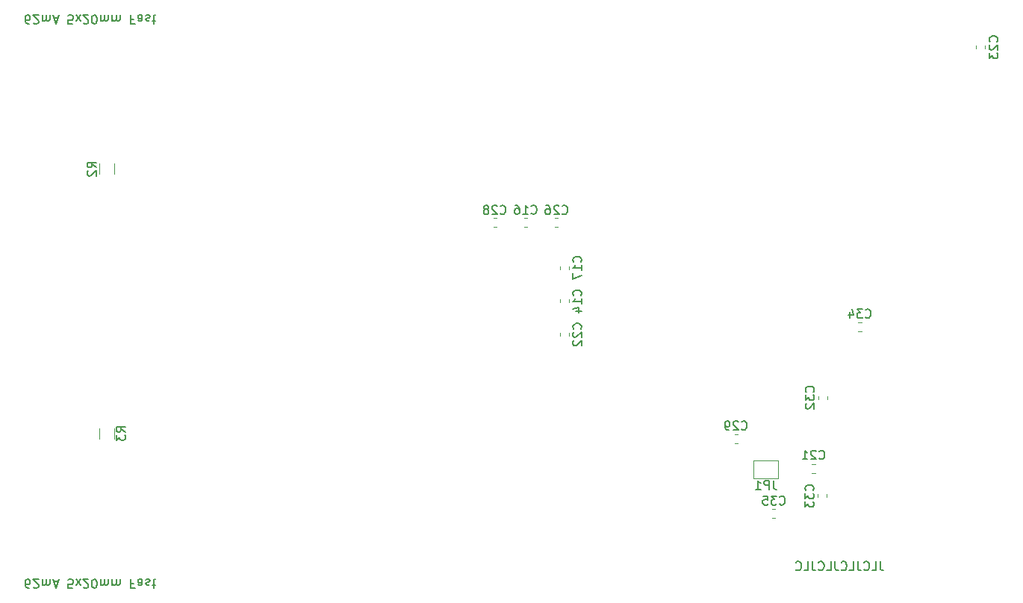
<source format=gbo>
G04 #@! TF.GenerationSoftware,KiCad,Pcbnew,(5.1.9)-1*
G04 #@! TF.CreationDate,2021-04-27T00:06:18-05:00*
G04 #@! TF.ProjectId,high-gain-diff-probe,68696768-2d67-4616-996e-2d646966662d,rev?*
G04 #@! TF.SameCoordinates,Original*
G04 #@! TF.FileFunction,Legend,Bot*
G04 #@! TF.FilePolarity,Positive*
%FSLAX46Y46*%
G04 Gerber Fmt 4.6, Leading zero omitted, Abs format (unit mm)*
G04 Created by KiCad (PCBNEW (5.1.9)-1) date 2021-04-27 00:06:18*
%MOMM*%
%LPD*%
G01*
G04 APERTURE LIST*
%ADD10C,0.150000*%
%ADD11C,0.120000*%
%ADD12C,0.250000*%
%ADD13C,0.100000*%
%ADD14C,1.700000*%
%ADD15C,2.000000*%
%ADD16R,1.800000X1.500000*%
%ADD17C,2.500000*%
%ADD18R,2.500000X2.500000*%
%ADD19O,2.250000X1.500000*%
%ADD20C,1.600000*%
%ADD21O,1.700000X1.700000*%
%ADD22R,1.700000X1.700000*%
%ADD23C,1.800000*%
%ADD24R,1.800000X1.800000*%
%ADD25C,4.000000*%
%ADD26C,1.440000*%
%ADD27O,3.500000X2.000000*%
%ADD28O,2.000000X3.300000*%
%ADD29R,2.000000X4.000000*%
%ADD30O,2.500000X1.600000*%
%ADD31O,7.000000X3.500000*%
G04 APERTURE END LIST*
D10*
X194619047Y-129552380D02*
X194619047Y-130266666D01*
X194666666Y-130409523D01*
X194761904Y-130504761D01*
X194904761Y-130552380D01*
X195000000Y-130552380D01*
X193666666Y-130552380D02*
X194142857Y-130552380D01*
X194142857Y-129552380D01*
X192761904Y-130457142D02*
X192809523Y-130504761D01*
X192952380Y-130552380D01*
X193047619Y-130552380D01*
X193190476Y-130504761D01*
X193285714Y-130409523D01*
X193333333Y-130314285D01*
X193380952Y-130123809D01*
X193380952Y-129980952D01*
X193333333Y-129790476D01*
X193285714Y-129695238D01*
X193190476Y-129600000D01*
X193047619Y-129552380D01*
X192952380Y-129552380D01*
X192809523Y-129600000D01*
X192761904Y-129647619D01*
X192047619Y-129552380D02*
X192047619Y-130266666D01*
X192095238Y-130409523D01*
X192190476Y-130504761D01*
X192333333Y-130552380D01*
X192428571Y-130552380D01*
X191095238Y-130552380D02*
X191571428Y-130552380D01*
X191571428Y-129552380D01*
X190190476Y-130457142D02*
X190238095Y-130504761D01*
X190380952Y-130552380D01*
X190476190Y-130552380D01*
X190619047Y-130504761D01*
X190714285Y-130409523D01*
X190761904Y-130314285D01*
X190809523Y-130123809D01*
X190809523Y-129980952D01*
X190761904Y-129790476D01*
X190714285Y-129695238D01*
X190619047Y-129600000D01*
X190476190Y-129552380D01*
X190380952Y-129552380D01*
X190238095Y-129600000D01*
X190190476Y-129647619D01*
X189476190Y-129552380D02*
X189476190Y-130266666D01*
X189523809Y-130409523D01*
X189619047Y-130504761D01*
X189761904Y-130552380D01*
X189857142Y-130552380D01*
X188523809Y-130552380D02*
X189000000Y-130552380D01*
X189000000Y-129552380D01*
X187619047Y-130457142D02*
X187666666Y-130504761D01*
X187809523Y-130552380D01*
X187904761Y-130552380D01*
X188047619Y-130504761D01*
X188142857Y-130409523D01*
X188190476Y-130314285D01*
X188238095Y-130123809D01*
X188238095Y-129980952D01*
X188190476Y-129790476D01*
X188142857Y-129695238D01*
X188047619Y-129600000D01*
X187904761Y-129552380D01*
X187809523Y-129552380D01*
X187666666Y-129600000D01*
X187619047Y-129647619D01*
X186904761Y-129552380D02*
X186904761Y-130266666D01*
X186952380Y-130409523D01*
X187047619Y-130504761D01*
X187190476Y-130552380D01*
X187285714Y-130552380D01*
X185952380Y-130552380D02*
X186428571Y-130552380D01*
X186428571Y-129552380D01*
X185047619Y-130457142D02*
X185095238Y-130504761D01*
X185238095Y-130552380D01*
X185333333Y-130552380D01*
X185476190Y-130504761D01*
X185571428Y-130409523D01*
X185619047Y-130314285D01*
X185666666Y-130123809D01*
X185666666Y-129980952D01*
X185619047Y-129790476D01*
X185571428Y-129695238D01*
X185476190Y-129600000D01*
X185333333Y-129552380D01*
X185238095Y-129552380D01*
X185095238Y-129600000D01*
X185047619Y-129647619D01*
X98119047Y-68547619D02*
X97928571Y-68547619D01*
X97833333Y-68500000D01*
X97785714Y-68452380D01*
X97690476Y-68309523D01*
X97642857Y-68119047D01*
X97642857Y-67738095D01*
X97690476Y-67642857D01*
X97738095Y-67595238D01*
X97833333Y-67547619D01*
X98023809Y-67547619D01*
X98119047Y-67595238D01*
X98166666Y-67642857D01*
X98214285Y-67738095D01*
X98214285Y-67976190D01*
X98166666Y-68071428D01*
X98119047Y-68119047D01*
X98023809Y-68166666D01*
X97833333Y-68166666D01*
X97738095Y-68119047D01*
X97690476Y-68071428D01*
X97642857Y-67976190D01*
X98595238Y-68452380D02*
X98642857Y-68500000D01*
X98738095Y-68547619D01*
X98976190Y-68547619D01*
X99071428Y-68500000D01*
X99119047Y-68452380D01*
X99166666Y-68357142D01*
X99166666Y-68261904D01*
X99119047Y-68119047D01*
X98547619Y-67547619D01*
X99166666Y-67547619D01*
X99595238Y-67547619D02*
X99595238Y-68214285D01*
X99595238Y-68119047D02*
X99642857Y-68166666D01*
X99738095Y-68214285D01*
X99880952Y-68214285D01*
X99976190Y-68166666D01*
X100023809Y-68071428D01*
X100023809Y-67547619D01*
X100023809Y-68071428D02*
X100071428Y-68166666D01*
X100166666Y-68214285D01*
X100309523Y-68214285D01*
X100404761Y-68166666D01*
X100452380Y-68071428D01*
X100452380Y-67547619D01*
X100880952Y-67833333D02*
X101357142Y-67833333D01*
X100785714Y-67547619D02*
X101119047Y-68547619D01*
X101452380Y-67547619D01*
X103023809Y-68547619D02*
X102547619Y-68547619D01*
X102500000Y-68071428D01*
X102547619Y-68119047D01*
X102642857Y-68166666D01*
X102880952Y-68166666D01*
X102976190Y-68119047D01*
X103023809Y-68071428D01*
X103071428Y-67976190D01*
X103071428Y-67738095D01*
X103023809Y-67642857D01*
X102976190Y-67595238D01*
X102880952Y-67547619D01*
X102642857Y-67547619D01*
X102547619Y-67595238D01*
X102500000Y-67642857D01*
X103404761Y-67547619D02*
X103928571Y-68214285D01*
X103404761Y-68214285D02*
X103928571Y-67547619D01*
X104261904Y-68452380D02*
X104309523Y-68500000D01*
X104404761Y-68547619D01*
X104642857Y-68547619D01*
X104738095Y-68500000D01*
X104785714Y-68452380D01*
X104833333Y-68357142D01*
X104833333Y-68261904D01*
X104785714Y-68119047D01*
X104214285Y-67547619D01*
X104833333Y-67547619D01*
X105452380Y-68547619D02*
X105547619Y-68547619D01*
X105642857Y-68500000D01*
X105690476Y-68452380D01*
X105738095Y-68357142D01*
X105785714Y-68166666D01*
X105785714Y-67928571D01*
X105738095Y-67738095D01*
X105690476Y-67642857D01*
X105642857Y-67595238D01*
X105547619Y-67547619D01*
X105452380Y-67547619D01*
X105357142Y-67595238D01*
X105309523Y-67642857D01*
X105261904Y-67738095D01*
X105214285Y-67928571D01*
X105214285Y-68166666D01*
X105261904Y-68357142D01*
X105309523Y-68452380D01*
X105357142Y-68500000D01*
X105452380Y-68547619D01*
X106214285Y-67547619D02*
X106214285Y-68214285D01*
X106214285Y-68119047D02*
X106261904Y-68166666D01*
X106357142Y-68214285D01*
X106499999Y-68214285D01*
X106595238Y-68166666D01*
X106642857Y-68071428D01*
X106642857Y-67547619D01*
X106642857Y-68071428D02*
X106690476Y-68166666D01*
X106785714Y-68214285D01*
X106928571Y-68214285D01*
X107023809Y-68166666D01*
X107071428Y-68071428D01*
X107071428Y-67547619D01*
X107547619Y-67547619D02*
X107547619Y-68214285D01*
X107547619Y-68119047D02*
X107595238Y-68166666D01*
X107690476Y-68214285D01*
X107833333Y-68214285D01*
X107928571Y-68166666D01*
X107976190Y-68071428D01*
X107976190Y-67547619D01*
X107976190Y-68071428D02*
X108023809Y-68166666D01*
X108119047Y-68214285D01*
X108261904Y-68214285D01*
X108357142Y-68166666D01*
X108404761Y-68071428D01*
X108404761Y-67547619D01*
X109976190Y-68071428D02*
X109642857Y-68071428D01*
X109642857Y-67547619D02*
X109642857Y-68547619D01*
X110119047Y-68547619D01*
X110928571Y-67547619D02*
X110928571Y-68071428D01*
X110880952Y-68166666D01*
X110785714Y-68214285D01*
X110595238Y-68214285D01*
X110499999Y-68166666D01*
X110928571Y-67595238D02*
X110833333Y-67547619D01*
X110595238Y-67547619D01*
X110499999Y-67595238D01*
X110452380Y-67690476D01*
X110452380Y-67785714D01*
X110499999Y-67880952D01*
X110595238Y-67928571D01*
X110833333Y-67928571D01*
X110928571Y-67976190D01*
X111357142Y-67595238D02*
X111452380Y-67547619D01*
X111642857Y-67547619D01*
X111738095Y-67595238D01*
X111785714Y-67690476D01*
X111785714Y-67738095D01*
X111738095Y-67833333D01*
X111642857Y-67880952D01*
X111499999Y-67880952D01*
X111404761Y-67928571D01*
X111357142Y-68023809D01*
X111357142Y-68071428D01*
X111404761Y-68166666D01*
X111499999Y-68214285D01*
X111642857Y-68214285D01*
X111738095Y-68166666D01*
X112071428Y-68214285D02*
X112452380Y-68214285D01*
X112214285Y-68547619D02*
X112214285Y-67690476D01*
X112261904Y-67595238D01*
X112357142Y-67547619D01*
X112452380Y-67547619D01*
X98119047Y-132547619D02*
X97928571Y-132547619D01*
X97833333Y-132500000D01*
X97785714Y-132452380D01*
X97690476Y-132309523D01*
X97642857Y-132119047D01*
X97642857Y-131738095D01*
X97690476Y-131642857D01*
X97738095Y-131595238D01*
X97833333Y-131547619D01*
X98023809Y-131547619D01*
X98119047Y-131595238D01*
X98166666Y-131642857D01*
X98214285Y-131738095D01*
X98214285Y-131976190D01*
X98166666Y-132071428D01*
X98119047Y-132119047D01*
X98023809Y-132166666D01*
X97833333Y-132166666D01*
X97738095Y-132119047D01*
X97690476Y-132071428D01*
X97642857Y-131976190D01*
X98595238Y-132452380D02*
X98642857Y-132500000D01*
X98738095Y-132547619D01*
X98976190Y-132547619D01*
X99071428Y-132500000D01*
X99119047Y-132452380D01*
X99166666Y-132357142D01*
X99166666Y-132261904D01*
X99119047Y-132119047D01*
X98547619Y-131547619D01*
X99166666Y-131547619D01*
X99595238Y-131547619D02*
X99595238Y-132214285D01*
X99595238Y-132119047D02*
X99642857Y-132166666D01*
X99738095Y-132214285D01*
X99880952Y-132214285D01*
X99976190Y-132166666D01*
X100023809Y-132071428D01*
X100023809Y-131547619D01*
X100023809Y-132071428D02*
X100071428Y-132166666D01*
X100166666Y-132214285D01*
X100309523Y-132214285D01*
X100404761Y-132166666D01*
X100452380Y-132071428D01*
X100452380Y-131547619D01*
X100880952Y-131833333D02*
X101357142Y-131833333D01*
X100785714Y-131547619D02*
X101119047Y-132547619D01*
X101452380Y-131547619D01*
X103023809Y-132547619D02*
X102547619Y-132547619D01*
X102500000Y-132071428D01*
X102547619Y-132119047D01*
X102642857Y-132166666D01*
X102880952Y-132166666D01*
X102976190Y-132119047D01*
X103023809Y-132071428D01*
X103071428Y-131976190D01*
X103071428Y-131738095D01*
X103023809Y-131642857D01*
X102976190Y-131595238D01*
X102880952Y-131547619D01*
X102642857Y-131547619D01*
X102547619Y-131595238D01*
X102500000Y-131642857D01*
X103404761Y-131547619D02*
X103928571Y-132214285D01*
X103404761Y-132214285D02*
X103928571Y-131547619D01*
X104261904Y-132452380D02*
X104309523Y-132500000D01*
X104404761Y-132547619D01*
X104642857Y-132547619D01*
X104738095Y-132500000D01*
X104785714Y-132452380D01*
X104833333Y-132357142D01*
X104833333Y-132261904D01*
X104785714Y-132119047D01*
X104214285Y-131547619D01*
X104833333Y-131547619D01*
X105452380Y-132547619D02*
X105547619Y-132547619D01*
X105642857Y-132500000D01*
X105690476Y-132452380D01*
X105738095Y-132357142D01*
X105785714Y-132166666D01*
X105785714Y-131928571D01*
X105738095Y-131738095D01*
X105690476Y-131642857D01*
X105642857Y-131595238D01*
X105547619Y-131547619D01*
X105452380Y-131547619D01*
X105357142Y-131595238D01*
X105309523Y-131642857D01*
X105261904Y-131738095D01*
X105214285Y-131928571D01*
X105214285Y-132166666D01*
X105261904Y-132357142D01*
X105309523Y-132452380D01*
X105357142Y-132500000D01*
X105452380Y-132547619D01*
X106214285Y-131547619D02*
X106214285Y-132214285D01*
X106214285Y-132119047D02*
X106261904Y-132166666D01*
X106357142Y-132214285D01*
X106499999Y-132214285D01*
X106595238Y-132166666D01*
X106642857Y-132071428D01*
X106642857Y-131547619D01*
X106642857Y-132071428D02*
X106690476Y-132166666D01*
X106785714Y-132214285D01*
X106928571Y-132214285D01*
X107023809Y-132166666D01*
X107071428Y-132071428D01*
X107071428Y-131547619D01*
X107547619Y-131547619D02*
X107547619Y-132214285D01*
X107547619Y-132119047D02*
X107595238Y-132166666D01*
X107690476Y-132214285D01*
X107833333Y-132214285D01*
X107928571Y-132166666D01*
X107976190Y-132071428D01*
X107976190Y-131547619D01*
X107976190Y-132071428D02*
X108023809Y-132166666D01*
X108119047Y-132214285D01*
X108261904Y-132214285D01*
X108357142Y-132166666D01*
X108404761Y-132071428D01*
X108404761Y-131547619D01*
X109976190Y-132071428D02*
X109642857Y-132071428D01*
X109642857Y-131547619D02*
X109642857Y-132547619D01*
X110119047Y-132547619D01*
X110928571Y-131547619D02*
X110928571Y-132071428D01*
X110880952Y-132166666D01*
X110785714Y-132214285D01*
X110595238Y-132214285D01*
X110499999Y-132166666D01*
X110928571Y-131595238D02*
X110833333Y-131547619D01*
X110595238Y-131547619D01*
X110499999Y-131595238D01*
X110452380Y-131690476D01*
X110452380Y-131785714D01*
X110499999Y-131880952D01*
X110595238Y-131928571D01*
X110833333Y-131928571D01*
X110928571Y-131976190D01*
X111357142Y-131595238D02*
X111452380Y-131547619D01*
X111642857Y-131547619D01*
X111738095Y-131595238D01*
X111785714Y-131690476D01*
X111785714Y-131738095D01*
X111738095Y-131833333D01*
X111642857Y-131880952D01*
X111499999Y-131880952D01*
X111404761Y-131928571D01*
X111357142Y-132023809D01*
X111357142Y-132071428D01*
X111404761Y-132166666D01*
X111499999Y-132214285D01*
X111642857Y-132214285D01*
X111738095Y-132166666D01*
X112071428Y-132214285D02*
X112452380Y-132214285D01*
X112214285Y-132547619D02*
X112214285Y-131690476D01*
X112261904Y-131595238D01*
X112357142Y-131547619D01*
X112452380Y-131547619D01*
D11*
X107750000Y-115600000D02*
X107750000Y-114400000D01*
X106050000Y-114400000D02*
X106050000Y-115600000D01*
X106050000Y-84400000D02*
X106050000Y-85600000D01*
X107750000Y-85600000D02*
X107750000Y-84400000D01*
X180250000Y-120100000D02*
X183050000Y-120100000D01*
X183050000Y-120100000D02*
X183050000Y-118100000D01*
X183050000Y-118100000D02*
X180250000Y-118100000D01*
X180250000Y-118100000D02*
X180250000Y-120100000D01*
X182721267Y-124610000D02*
X182378733Y-124610000D01*
X182721267Y-123590000D02*
X182378733Y-123590000D01*
X188560000Y-121928733D02*
X188560000Y-122271267D01*
X187540000Y-121928733D02*
X187540000Y-122271267D01*
X188610000Y-110778733D02*
X188610000Y-111121267D01*
X187590000Y-110778733D02*
X187590000Y-111121267D01*
X178421267Y-116110000D02*
X178078733Y-116110000D01*
X178421267Y-115090000D02*
X178078733Y-115090000D01*
X150728733Y-90590000D02*
X151071267Y-90590000D01*
X150728733Y-91610000D02*
X151071267Y-91610000D01*
X157728733Y-90590000D02*
X158071267Y-90590000D01*
X157728733Y-91610000D02*
X158071267Y-91610000D01*
X206510000Y-71028733D02*
X206510000Y-71371267D01*
X205490000Y-71028733D02*
X205490000Y-71371267D01*
X158290000Y-103971267D02*
X158290000Y-103628733D01*
X159310000Y-103971267D02*
X159310000Y-103628733D01*
X158290000Y-96371267D02*
X158290000Y-96028733D01*
X159310000Y-96371267D02*
X159310000Y-96028733D01*
X192471267Y-103410000D02*
X192128733Y-103410000D01*
X192471267Y-102390000D02*
X192128733Y-102390000D01*
X187221267Y-119510000D02*
X186878733Y-119510000D01*
X187221267Y-118490000D02*
X186878733Y-118490000D01*
X154571267Y-91610000D02*
X154228733Y-91610000D01*
X154571267Y-90590000D02*
X154228733Y-90590000D01*
X159310000Y-99828733D02*
X159310000Y-100171267D01*
X158290000Y-99828733D02*
X158290000Y-100171267D01*
D10*
X109002380Y-114833333D02*
X108526190Y-114500000D01*
X109002380Y-114261904D02*
X108002380Y-114261904D01*
X108002380Y-114642857D01*
X108050000Y-114738095D01*
X108097619Y-114785714D01*
X108192857Y-114833333D01*
X108335714Y-114833333D01*
X108430952Y-114785714D01*
X108478571Y-114738095D01*
X108526190Y-114642857D01*
X108526190Y-114261904D01*
X108002380Y-115166666D02*
X108002380Y-115785714D01*
X108383333Y-115452380D01*
X108383333Y-115595238D01*
X108430952Y-115690476D01*
X108478571Y-115738095D01*
X108573809Y-115785714D01*
X108811904Y-115785714D01*
X108907142Y-115738095D01*
X108954761Y-115690476D01*
X109002380Y-115595238D01*
X109002380Y-115309523D01*
X108954761Y-115214285D01*
X108907142Y-115166666D01*
X105702380Y-84833333D02*
X105226190Y-84500000D01*
X105702380Y-84261904D02*
X104702380Y-84261904D01*
X104702380Y-84642857D01*
X104750000Y-84738095D01*
X104797619Y-84785714D01*
X104892857Y-84833333D01*
X105035714Y-84833333D01*
X105130952Y-84785714D01*
X105178571Y-84738095D01*
X105226190Y-84642857D01*
X105226190Y-84261904D01*
X104797619Y-85214285D02*
X104750000Y-85261904D01*
X104702380Y-85357142D01*
X104702380Y-85595238D01*
X104750000Y-85690476D01*
X104797619Y-85738095D01*
X104892857Y-85785714D01*
X104988095Y-85785714D01*
X105130952Y-85738095D01*
X105702380Y-85166666D01*
X105702380Y-85785714D01*
X182483333Y-120352380D02*
X182483333Y-121066666D01*
X182530952Y-121209523D01*
X182626190Y-121304761D01*
X182769047Y-121352380D01*
X182864285Y-121352380D01*
X182007142Y-121352380D02*
X182007142Y-120352380D01*
X181626190Y-120352380D01*
X181530952Y-120400000D01*
X181483333Y-120447619D01*
X181435714Y-120542857D01*
X181435714Y-120685714D01*
X181483333Y-120780952D01*
X181530952Y-120828571D01*
X181626190Y-120876190D01*
X182007142Y-120876190D01*
X180483333Y-121352380D02*
X181054761Y-121352380D01*
X180769047Y-121352380D02*
X180769047Y-120352380D01*
X180864285Y-120495238D01*
X180959523Y-120590476D01*
X181054761Y-120638095D01*
X183192857Y-123027142D02*
X183240476Y-123074761D01*
X183383333Y-123122380D01*
X183478571Y-123122380D01*
X183621428Y-123074761D01*
X183716666Y-122979523D01*
X183764285Y-122884285D01*
X183811904Y-122693809D01*
X183811904Y-122550952D01*
X183764285Y-122360476D01*
X183716666Y-122265238D01*
X183621428Y-122170000D01*
X183478571Y-122122380D01*
X183383333Y-122122380D01*
X183240476Y-122170000D01*
X183192857Y-122217619D01*
X182859523Y-122122380D02*
X182240476Y-122122380D01*
X182573809Y-122503333D01*
X182430952Y-122503333D01*
X182335714Y-122550952D01*
X182288095Y-122598571D01*
X182240476Y-122693809D01*
X182240476Y-122931904D01*
X182288095Y-123027142D01*
X182335714Y-123074761D01*
X182430952Y-123122380D01*
X182716666Y-123122380D01*
X182811904Y-123074761D01*
X182859523Y-123027142D01*
X181335714Y-122122380D02*
X181811904Y-122122380D01*
X181859523Y-122598571D01*
X181811904Y-122550952D01*
X181716666Y-122503333D01*
X181478571Y-122503333D01*
X181383333Y-122550952D01*
X181335714Y-122598571D01*
X181288095Y-122693809D01*
X181288095Y-122931904D01*
X181335714Y-123027142D01*
X181383333Y-123074761D01*
X181478571Y-123122380D01*
X181716666Y-123122380D01*
X181811904Y-123074761D01*
X181859523Y-123027142D01*
X186977142Y-121457142D02*
X187024761Y-121409523D01*
X187072380Y-121266666D01*
X187072380Y-121171428D01*
X187024761Y-121028571D01*
X186929523Y-120933333D01*
X186834285Y-120885714D01*
X186643809Y-120838095D01*
X186500952Y-120838095D01*
X186310476Y-120885714D01*
X186215238Y-120933333D01*
X186120000Y-121028571D01*
X186072380Y-121171428D01*
X186072380Y-121266666D01*
X186120000Y-121409523D01*
X186167619Y-121457142D01*
X186072380Y-121790476D02*
X186072380Y-122409523D01*
X186453333Y-122076190D01*
X186453333Y-122219047D01*
X186500952Y-122314285D01*
X186548571Y-122361904D01*
X186643809Y-122409523D01*
X186881904Y-122409523D01*
X186977142Y-122361904D01*
X187024761Y-122314285D01*
X187072380Y-122219047D01*
X187072380Y-121933333D01*
X187024761Y-121838095D01*
X186977142Y-121790476D01*
X186072380Y-122742857D02*
X186072380Y-123361904D01*
X186453333Y-123028571D01*
X186453333Y-123171428D01*
X186500952Y-123266666D01*
X186548571Y-123314285D01*
X186643809Y-123361904D01*
X186881904Y-123361904D01*
X186977142Y-123314285D01*
X187024761Y-123266666D01*
X187072380Y-123171428D01*
X187072380Y-122885714D01*
X187024761Y-122790476D01*
X186977142Y-122742857D01*
X187027142Y-110307142D02*
X187074761Y-110259523D01*
X187122380Y-110116666D01*
X187122380Y-110021428D01*
X187074761Y-109878571D01*
X186979523Y-109783333D01*
X186884285Y-109735714D01*
X186693809Y-109688095D01*
X186550952Y-109688095D01*
X186360476Y-109735714D01*
X186265238Y-109783333D01*
X186170000Y-109878571D01*
X186122380Y-110021428D01*
X186122380Y-110116666D01*
X186170000Y-110259523D01*
X186217619Y-110307142D01*
X186122380Y-110640476D02*
X186122380Y-111259523D01*
X186503333Y-110926190D01*
X186503333Y-111069047D01*
X186550952Y-111164285D01*
X186598571Y-111211904D01*
X186693809Y-111259523D01*
X186931904Y-111259523D01*
X187027142Y-111211904D01*
X187074761Y-111164285D01*
X187122380Y-111069047D01*
X187122380Y-110783333D01*
X187074761Y-110688095D01*
X187027142Y-110640476D01*
X186217619Y-111640476D02*
X186170000Y-111688095D01*
X186122380Y-111783333D01*
X186122380Y-112021428D01*
X186170000Y-112116666D01*
X186217619Y-112164285D01*
X186312857Y-112211904D01*
X186408095Y-112211904D01*
X186550952Y-112164285D01*
X187122380Y-111592857D01*
X187122380Y-112211904D01*
X178892857Y-114527142D02*
X178940476Y-114574761D01*
X179083333Y-114622380D01*
X179178571Y-114622380D01*
X179321428Y-114574761D01*
X179416666Y-114479523D01*
X179464285Y-114384285D01*
X179511904Y-114193809D01*
X179511904Y-114050952D01*
X179464285Y-113860476D01*
X179416666Y-113765238D01*
X179321428Y-113670000D01*
X179178571Y-113622380D01*
X179083333Y-113622380D01*
X178940476Y-113670000D01*
X178892857Y-113717619D01*
X178511904Y-113717619D02*
X178464285Y-113670000D01*
X178369047Y-113622380D01*
X178130952Y-113622380D01*
X178035714Y-113670000D01*
X177988095Y-113717619D01*
X177940476Y-113812857D01*
X177940476Y-113908095D01*
X177988095Y-114050952D01*
X178559523Y-114622380D01*
X177940476Y-114622380D01*
X177464285Y-114622380D02*
X177273809Y-114622380D01*
X177178571Y-114574761D01*
X177130952Y-114527142D01*
X177035714Y-114384285D01*
X176988095Y-114193809D01*
X176988095Y-113812857D01*
X177035714Y-113717619D01*
X177083333Y-113670000D01*
X177178571Y-113622380D01*
X177369047Y-113622380D01*
X177464285Y-113670000D01*
X177511904Y-113717619D01*
X177559523Y-113812857D01*
X177559523Y-114050952D01*
X177511904Y-114146190D01*
X177464285Y-114193809D01*
X177369047Y-114241428D01*
X177178571Y-114241428D01*
X177083333Y-114193809D01*
X177035714Y-114146190D01*
X176988095Y-114050952D01*
X151542857Y-90057142D02*
X151590476Y-90104761D01*
X151733333Y-90152380D01*
X151828571Y-90152380D01*
X151971428Y-90104761D01*
X152066666Y-90009523D01*
X152114285Y-89914285D01*
X152161904Y-89723809D01*
X152161904Y-89580952D01*
X152114285Y-89390476D01*
X152066666Y-89295238D01*
X151971428Y-89200000D01*
X151828571Y-89152380D01*
X151733333Y-89152380D01*
X151590476Y-89200000D01*
X151542857Y-89247619D01*
X151161904Y-89247619D02*
X151114285Y-89200000D01*
X151019047Y-89152380D01*
X150780952Y-89152380D01*
X150685714Y-89200000D01*
X150638095Y-89247619D01*
X150590476Y-89342857D01*
X150590476Y-89438095D01*
X150638095Y-89580952D01*
X151209523Y-90152380D01*
X150590476Y-90152380D01*
X150019047Y-89580952D02*
X150114285Y-89533333D01*
X150161904Y-89485714D01*
X150209523Y-89390476D01*
X150209523Y-89342857D01*
X150161904Y-89247619D01*
X150114285Y-89200000D01*
X150019047Y-89152380D01*
X149828571Y-89152380D01*
X149733333Y-89200000D01*
X149685714Y-89247619D01*
X149638095Y-89342857D01*
X149638095Y-89390476D01*
X149685714Y-89485714D01*
X149733333Y-89533333D01*
X149828571Y-89580952D01*
X150019047Y-89580952D01*
X150114285Y-89628571D01*
X150161904Y-89676190D01*
X150209523Y-89771428D01*
X150209523Y-89961904D01*
X150161904Y-90057142D01*
X150114285Y-90104761D01*
X150019047Y-90152380D01*
X149828571Y-90152380D01*
X149733333Y-90104761D01*
X149685714Y-90057142D01*
X149638095Y-89961904D01*
X149638095Y-89771428D01*
X149685714Y-89676190D01*
X149733333Y-89628571D01*
X149828571Y-89580952D01*
X158542857Y-90057142D02*
X158590476Y-90104761D01*
X158733333Y-90152380D01*
X158828571Y-90152380D01*
X158971428Y-90104761D01*
X159066666Y-90009523D01*
X159114285Y-89914285D01*
X159161904Y-89723809D01*
X159161904Y-89580952D01*
X159114285Y-89390476D01*
X159066666Y-89295238D01*
X158971428Y-89200000D01*
X158828571Y-89152380D01*
X158733333Y-89152380D01*
X158590476Y-89200000D01*
X158542857Y-89247619D01*
X158161904Y-89247619D02*
X158114285Y-89200000D01*
X158019047Y-89152380D01*
X157780952Y-89152380D01*
X157685714Y-89200000D01*
X157638095Y-89247619D01*
X157590476Y-89342857D01*
X157590476Y-89438095D01*
X157638095Y-89580952D01*
X158209523Y-90152380D01*
X157590476Y-90152380D01*
X156733333Y-89152380D02*
X156923809Y-89152380D01*
X157019047Y-89200000D01*
X157066666Y-89247619D01*
X157161904Y-89390476D01*
X157209523Y-89580952D01*
X157209523Y-89961904D01*
X157161904Y-90057142D01*
X157114285Y-90104761D01*
X157019047Y-90152380D01*
X156828571Y-90152380D01*
X156733333Y-90104761D01*
X156685714Y-90057142D01*
X156638095Y-89961904D01*
X156638095Y-89723809D01*
X156685714Y-89628571D01*
X156733333Y-89580952D01*
X156828571Y-89533333D01*
X157019047Y-89533333D01*
X157114285Y-89580952D01*
X157161904Y-89628571D01*
X157209523Y-89723809D01*
X207857142Y-70557142D02*
X207904761Y-70509523D01*
X207952380Y-70366666D01*
X207952380Y-70271428D01*
X207904761Y-70128571D01*
X207809523Y-70033333D01*
X207714285Y-69985714D01*
X207523809Y-69938095D01*
X207380952Y-69938095D01*
X207190476Y-69985714D01*
X207095238Y-70033333D01*
X207000000Y-70128571D01*
X206952380Y-70271428D01*
X206952380Y-70366666D01*
X207000000Y-70509523D01*
X207047619Y-70557142D01*
X207047619Y-70938095D02*
X207000000Y-70985714D01*
X206952380Y-71080952D01*
X206952380Y-71319047D01*
X207000000Y-71414285D01*
X207047619Y-71461904D01*
X207142857Y-71509523D01*
X207238095Y-71509523D01*
X207380952Y-71461904D01*
X207952380Y-70890476D01*
X207952380Y-71509523D01*
X206952380Y-71842857D02*
X206952380Y-72461904D01*
X207333333Y-72128571D01*
X207333333Y-72271428D01*
X207380952Y-72366666D01*
X207428571Y-72414285D01*
X207523809Y-72461904D01*
X207761904Y-72461904D01*
X207857142Y-72414285D01*
X207904761Y-72366666D01*
X207952380Y-72271428D01*
X207952380Y-71985714D01*
X207904761Y-71890476D01*
X207857142Y-71842857D01*
X160657142Y-103157142D02*
X160704761Y-103109523D01*
X160752380Y-102966666D01*
X160752380Y-102871428D01*
X160704761Y-102728571D01*
X160609523Y-102633333D01*
X160514285Y-102585714D01*
X160323809Y-102538095D01*
X160180952Y-102538095D01*
X159990476Y-102585714D01*
X159895238Y-102633333D01*
X159800000Y-102728571D01*
X159752380Y-102871428D01*
X159752380Y-102966666D01*
X159800000Y-103109523D01*
X159847619Y-103157142D01*
X159847619Y-103538095D02*
X159800000Y-103585714D01*
X159752380Y-103680952D01*
X159752380Y-103919047D01*
X159800000Y-104014285D01*
X159847619Y-104061904D01*
X159942857Y-104109523D01*
X160038095Y-104109523D01*
X160180952Y-104061904D01*
X160752380Y-103490476D01*
X160752380Y-104109523D01*
X159847619Y-104490476D02*
X159800000Y-104538095D01*
X159752380Y-104633333D01*
X159752380Y-104871428D01*
X159800000Y-104966666D01*
X159847619Y-105014285D01*
X159942857Y-105061904D01*
X160038095Y-105061904D01*
X160180952Y-105014285D01*
X160752380Y-104442857D01*
X160752380Y-105061904D01*
X160657142Y-95557142D02*
X160704761Y-95509523D01*
X160752380Y-95366666D01*
X160752380Y-95271428D01*
X160704761Y-95128571D01*
X160609523Y-95033333D01*
X160514285Y-94985714D01*
X160323809Y-94938095D01*
X160180952Y-94938095D01*
X159990476Y-94985714D01*
X159895238Y-95033333D01*
X159800000Y-95128571D01*
X159752380Y-95271428D01*
X159752380Y-95366666D01*
X159800000Y-95509523D01*
X159847619Y-95557142D01*
X160752380Y-96509523D02*
X160752380Y-95938095D01*
X160752380Y-96223809D02*
X159752380Y-96223809D01*
X159895238Y-96128571D01*
X159990476Y-96033333D01*
X160038095Y-95938095D01*
X159752380Y-96842857D02*
X159752380Y-97509523D01*
X160752380Y-97080952D01*
X192942857Y-101827142D02*
X192990476Y-101874761D01*
X193133333Y-101922380D01*
X193228571Y-101922380D01*
X193371428Y-101874761D01*
X193466666Y-101779523D01*
X193514285Y-101684285D01*
X193561904Y-101493809D01*
X193561904Y-101350952D01*
X193514285Y-101160476D01*
X193466666Y-101065238D01*
X193371428Y-100970000D01*
X193228571Y-100922380D01*
X193133333Y-100922380D01*
X192990476Y-100970000D01*
X192942857Y-101017619D01*
X192609523Y-100922380D02*
X191990476Y-100922380D01*
X192323809Y-101303333D01*
X192180952Y-101303333D01*
X192085714Y-101350952D01*
X192038095Y-101398571D01*
X191990476Y-101493809D01*
X191990476Y-101731904D01*
X192038095Y-101827142D01*
X192085714Y-101874761D01*
X192180952Y-101922380D01*
X192466666Y-101922380D01*
X192561904Y-101874761D01*
X192609523Y-101827142D01*
X191133333Y-101255714D02*
X191133333Y-101922380D01*
X191371428Y-100874761D02*
X191609523Y-101589047D01*
X190990476Y-101589047D01*
X187692857Y-117857142D02*
X187740476Y-117904761D01*
X187883333Y-117952380D01*
X187978571Y-117952380D01*
X188121428Y-117904761D01*
X188216666Y-117809523D01*
X188264285Y-117714285D01*
X188311904Y-117523809D01*
X188311904Y-117380952D01*
X188264285Y-117190476D01*
X188216666Y-117095238D01*
X188121428Y-117000000D01*
X187978571Y-116952380D01*
X187883333Y-116952380D01*
X187740476Y-117000000D01*
X187692857Y-117047619D01*
X187311904Y-117047619D02*
X187264285Y-117000000D01*
X187169047Y-116952380D01*
X186930952Y-116952380D01*
X186835714Y-117000000D01*
X186788095Y-117047619D01*
X186740476Y-117142857D01*
X186740476Y-117238095D01*
X186788095Y-117380952D01*
X187359523Y-117952380D01*
X186740476Y-117952380D01*
X185788095Y-117952380D02*
X186359523Y-117952380D01*
X186073809Y-117952380D02*
X186073809Y-116952380D01*
X186169047Y-117095238D01*
X186264285Y-117190476D01*
X186359523Y-117238095D01*
X155042857Y-90027142D02*
X155090476Y-90074761D01*
X155233333Y-90122380D01*
X155328571Y-90122380D01*
X155471428Y-90074761D01*
X155566666Y-89979523D01*
X155614285Y-89884285D01*
X155661904Y-89693809D01*
X155661904Y-89550952D01*
X155614285Y-89360476D01*
X155566666Y-89265238D01*
X155471428Y-89170000D01*
X155328571Y-89122380D01*
X155233333Y-89122380D01*
X155090476Y-89170000D01*
X155042857Y-89217619D01*
X154090476Y-90122380D02*
X154661904Y-90122380D01*
X154376190Y-90122380D02*
X154376190Y-89122380D01*
X154471428Y-89265238D01*
X154566666Y-89360476D01*
X154661904Y-89408095D01*
X153233333Y-89122380D02*
X153423809Y-89122380D01*
X153519047Y-89170000D01*
X153566666Y-89217619D01*
X153661904Y-89360476D01*
X153709523Y-89550952D01*
X153709523Y-89931904D01*
X153661904Y-90027142D01*
X153614285Y-90074761D01*
X153519047Y-90122380D01*
X153328571Y-90122380D01*
X153233333Y-90074761D01*
X153185714Y-90027142D01*
X153138095Y-89931904D01*
X153138095Y-89693809D01*
X153185714Y-89598571D01*
X153233333Y-89550952D01*
X153328571Y-89503333D01*
X153519047Y-89503333D01*
X153614285Y-89550952D01*
X153661904Y-89598571D01*
X153709523Y-89693809D01*
X160657142Y-99357142D02*
X160704761Y-99309523D01*
X160752380Y-99166666D01*
X160752380Y-99071428D01*
X160704761Y-98928571D01*
X160609523Y-98833333D01*
X160514285Y-98785714D01*
X160323809Y-98738095D01*
X160180952Y-98738095D01*
X159990476Y-98785714D01*
X159895238Y-98833333D01*
X159800000Y-98928571D01*
X159752380Y-99071428D01*
X159752380Y-99166666D01*
X159800000Y-99309523D01*
X159847619Y-99357142D01*
X160752380Y-100309523D02*
X160752380Y-99738095D01*
X160752380Y-100023809D02*
X159752380Y-100023809D01*
X159895238Y-99928571D01*
X159990476Y-99833333D01*
X160038095Y-99738095D01*
X160085714Y-101166666D02*
X160752380Y-101166666D01*
X159704761Y-100928571D02*
X160419047Y-100690476D01*
X160419047Y-101309523D01*
%LPC*%
D12*
X145500000Y-94950000D02*
X145500000Y-94450000D01*
X140000000Y-94450000D02*
X140000000Y-95050000D01*
X145500000Y-105500000D02*
X145500000Y-104900000D01*
X140000000Y-105000000D02*
X140000000Y-105500000D01*
X145500000Y-95000000D02*
X144500000Y-96000000D01*
X140950000Y-96000000D02*
X140000000Y-95050000D01*
X144500000Y-96000000D02*
X140950000Y-96000000D01*
X144600000Y-104000000D02*
X145500000Y-104900000D01*
X141000000Y-104000000D02*
X144600000Y-104000000D01*
X140000000Y-105000000D02*
X141000000Y-104000000D01*
D13*
G36*
X209500000Y-137200000D02*
G01*
X90000000Y-137200000D01*
X90000000Y-134300000D01*
X209500000Y-134300000D01*
X209500000Y-137200000D01*
G37*
X209500000Y-137200000D02*
X90000000Y-137200000D01*
X90000000Y-134300000D01*
X209500000Y-134300000D01*
X209500000Y-137200000D01*
G36*
X209500000Y-65700000D02*
G01*
X90000000Y-65700000D01*
X90000000Y-62800000D01*
X209500000Y-62800000D01*
X209500000Y-65700000D01*
G37*
X209500000Y-65700000D02*
X90000000Y-65700000D01*
X90000000Y-62800000D01*
X209500000Y-62800000D01*
X209500000Y-65700000D01*
D14*
X112600000Y-108000000D03*
X112600000Y-110000000D03*
X112600000Y-112000000D03*
X112600000Y-114000000D03*
X112600000Y-116000000D03*
X112600000Y-118000000D03*
D15*
X115200000Y-119500000D03*
X115200000Y-106400000D03*
X110000000Y-106400000D03*
X110000000Y-119500000D03*
D14*
X112600000Y-92000000D03*
X112600000Y-90000000D03*
X112600000Y-88000000D03*
X112600000Y-86000000D03*
X112600000Y-84000000D03*
X112600000Y-82000000D03*
D15*
X110000000Y-80500000D03*
X110000000Y-93600000D03*
X115200000Y-93600000D03*
X115200000Y-80500000D03*
D14*
X174800000Y-95200000D03*
X172800000Y-95200000D03*
X170800000Y-95200000D03*
X168800000Y-95200000D03*
X166800000Y-95200000D03*
X164800000Y-95200000D03*
D15*
X163300000Y-97800000D03*
X176400000Y-97800000D03*
X176400000Y-92600000D03*
X163300000Y-92600000D03*
D14*
X174500000Y-121900000D03*
X174500000Y-119900000D03*
X174500000Y-117900000D03*
X174500000Y-115900000D03*
X174500000Y-113900000D03*
X174500000Y-111900000D03*
D15*
X171900000Y-110400000D03*
X171900000Y-123500000D03*
X177100000Y-123500000D03*
X177100000Y-110400000D03*
D16*
X106900000Y-113500000D03*
X106900000Y-116500000D03*
X106900000Y-86500000D03*
X106900000Y-83500000D03*
D17*
X106500000Y-127600000D03*
D18*
X116500000Y-127600000D03*
D17*
X106500000Y-72400000D03*
D18*
X116500000Y-72400000D03*
D19*
X135380000Y-109280000D03*
X125220000Y-109280000D03*
X135380000Y-111820000D03*
X125220000Y-111820000D03*
X135380000Y-114360000D03*
X125220000Y-114360000D03*
X135380000Y-116900000D03*
X125220000Y-116900000D03*
X135380000Y-121980000D03*
X125220000Y-121980000D03*
X135380000Y-124520000D03*
X125220000Y-124520000D03*
X148920000Y-124520000D03*
X159080000Y-124520000D03*
X148920000Y-121980000D03*
X159080000Y-121980000D03*
X148920000Y-119440000D03*
X159080000Y-119440000D03*
X148920000Y-116900000D03*
X159080000Y-116900000D03*
X148920000Y-111820000D03*
X159080000Y-111820000D03*
X148920000Y-109280000D03*
X159080000Y-109280000D03*
X125220000Y-90720000D03*
X135380000Y-90720000D03*
X125220000Y-88180000D03*
X135380000Y-88180000D03*
X125220000Y-85640000D03*
X135380000Y-85640000D03*
X125220000Y-83100000D03*
X135380000Y-83100000D03*
X125220000Y-78020000D03*
X135380000Y-78020000D03*
X125220000Y-75480000D03*
X135380000Y-75480000D03*
D20*
X127800000Y-70400000D03*
X132800000Y-70400000D03*
X127800000Y-129600000D03*
X132800000Y-129600000D03*
D21*
X115140000Y-102900000D03*
X112600000Y-102900000D03*
D22*
X110060000Y-102900000D03*
D21*
X115140000Y-97100000D03*
X112600000Y-97100000D03*
D22*
X110060000Y-97100000D03*
D23*
X96000000Y-98760000D03*
D24*
X96000000Y-101300000D03*
D13*
G36*
X181925000Y-119100000D02*
G01*
X181425000Y-119850000D01*
X180425000Y-119850000D01*
X180425000Y-118350000D01*
X181425000Y-118350000D01*
X181925000Y-119100000D01*
G37*
G36*
X182875000Y-119850000D02*
G01*
X181725000Y-119850000D01*
X182225000Y-119100000D01*
X181725000Y-118350000D01*
X182875000Y-118350000D01*
X182875000Y-119850000D01*
G37*
D25*
X154000000Y-74000000D03*
X154000000Y-82800000D03*
D23*
X161000000Y-75900000D03*
X161000000Y-78400000D03*
X161000000Y-80900000D03*
G36*
G01*
X182200000Y-123862500D02*
X182200000Y-124337500D01*
G75*
G02*
X181962500Y-124575000I-237500J0D01*
G01*
X181387500Y-124575000D01*
G75*
G02*
X181150000Y-124337500I0J237500D01*
G01*
X181150000Y-123862500D01*
G75*
G02*
X181387500Y-123625000I237500J0D01*
G01*
X181962500Y-123625000D01*
G75*
G02*
X182200000Y-123862500I0J-237500D01*
G01*
G37*
G36*
G01*
X183950000Y-123862500D02*
X183950000Y-124337500D01*
G75*
G02*
X183712500Y-124575000I-237500J0D01*
G01*
X183137500Y-124575000D01*
G75*
G02*
X182900000Y-124337500I0J237500D01*
G01*
X182900000Y-123862500D01*
G75*
G02*
X183137500Y-123625000I237500J0D01*
G01*
X183712500Y-123625000D01*
G75*
G02*
X183950000Y-123862500I0J-237500D01*
G01*
G37*
G36*
G01*
X187812500Y-122450000D02*
X188287500Y-122450000D01*
G75*
G02*
X188525000Y-122687500I0J-237500D01*
G01*
X188525000Y-123262500D01*
G75*
G02*
X188287500Y-123500000I-237500J0D01*
G01*
X187812500Y-123500000D01*
G75*
G02*
X187575000Y-123262500I0J237500D01*
G01*
X187575000Y-122687500D01*
G75*
G02*
X187812500Y-122450000I237500J0D01*
G01*
G37*
G36*
G01*
X187812500Y-120700000D02*
X188287500Y-120700000D01*
G75*
G02*
X188525000Y-120937500I0J-237500D01*
G01*
X188525000Y-121512500D01*
G75*
G02*
X188287500Y-121750000I-237500J0D01*
G01*
X187812500Y-121750000D01*
G75*
G02*
X187575000Y-121512500I0J237500D01*
G01*
X187575000Y-120937500D01*
G75*
G02*
X187812500Y-120700000I237500J0D01*
G01*
G37*
G36*
G01*
X187862500Y-111300000D02*
X188337500Y-111300000D01*
G75*
G02*
X188575000Y-111537500I0J-237500D01*
G01*
X188575000Y-112112500D01*
G75*
G02*
X188337500Y-112350000I-237500J0D01*
G01*
X187862500Y-112350000D01*
G75*
G02*
X187625000Y-112112500I0J237500D01*
G01*
X187625000Y-111537500D01*
G75*
G02*
X187862500Y-111300000I237500J0D01*
G01*
G37*
G36*
G01*
X187862500Y-109550000D02*
X188337500Y-109550000D01*
G75*
G02*
X188575000Y-109787500I0J-237500D01*
G01*
X188575000Y-110362500D01*
G75*
G02*
X188337500Y-110600000I-237500J0D01*
G01*
X187862500Y-110600000D01*
G75*
G02*
X187625000Y-110362500I0J237500D01*
G01*
X187625000Y-109787500D01*
G75*
G02*
X187862500Y-109550000I237500J0D01*
G01*
G37*
G36*
G01*
X177900000Y-115362500D02*
X177900000Y-115837500D01*
G75*
G02*
X177662500Y-116075000I-237500J0D01*
G01*
X177087500Y-116075000D01*
G75*
G02*
X176850000Y-115837500I0J237500D01*
G01*
X176850000Y-115362500D01*
G75*
G02*
X177087500Y-115125000I237500J0D01*
G01*
X177662500Y-115125000D01*
G75*
G02*
X177900000Y-115362500I0J-237500D01*
G01*
G37*
G36*
G01*
X179650000Y-115362500D02*
X179650000Y-115837500D01*
G75*
G02*
X179412500Y-116075000I-237500J0D01*
G01*
X178837500Y-116075000D01*
G75*
G02*
X178600000Y-115837500I0J237500D01*
G01*
X178600000Y-115362500D01*
G75*
G02*
X178837500Y-115125000I237500J0D01*
G01*
X179412500Y-115125000D01*
G75*
G02*
X179650000Y-115362500I0J-237500D01*
G01*
G37*
G36*
G01*
X151250000Y-91337500D02*
X151250000Y-90862500D01*
G75*
G02*
X151487500Y-90625000I237500J0D01*
G01*
X152062500Y-90625000D01*
G75*
G02*
X152300000Y-90862500I0J-237500D01*
G01*
X152300000Y-91337500D01*
G75*
G02*
X152062500Y-91575000I-237500J0D01*
G01*
X151487500Y-91575000D01*
G75*
G02*
X151250000Y-91337500I0J237500D01*
G01*
G37*
G36*
G01*
X149500000Y-91337500D02*
X149500000Y-90862500D01*
G75*
G02*
X149737500Y-90625000I237500J0D01*
G01*
X150312500Y-90625000D01*
G75*
G02*
X150550000Y-90862500I0J-237500D01*
G01*
X150550000Y-91337500D01*
G75*
G02*
X150312500Y-91575000I-237500J0D01*
G01*
X149737500Y-91575000D01*
G75*
G02*
X149500000Y-91337500I0J237500D01*
G01*
G37*
G36*
G01*
X158250000Y-91337500D02*
X158250000Y-90862500D01*
G75*
G02*
X158487500Y-90625000I237500J0D01*
G01*
X159062500Y-90625000D01*
G75*
G02*
X159300000Y-90862500I0J-237500D01*
G01*
X159300000Y-91337500D01*
G75*
G02*
X159062500Y-91575000I-237500J0D01*
G01*
X158487500Y-91575000D01*
G75*
G02*
X158250000Y-91337500I0J237500D01*
G01*
G37*
G36*
G01*
X156500000Y-91337500D02*
X156500000Y-90862500D01*
G75*
G02*
X156737500Y-90625000I237500J0D01*
G01*
X157312500Y-90625000D01*
G75*
G02*
X157550000Y-90862500I0J-237500D01*
G01*
X157550000Y-91337500D01*
G75*
G02*
X157312500Y-91575000I-237500J0D01*
G01*
X156737500Y-91575000D01*
G75*
G02*
X156500000Y-91337500I0J237500D01*
G01*
G37*
D26*
X162900000Y-118880000D03*
X165440000Y-116340000D03*
X162900000Y-113800000D03*
G36*
G01*
X205762500Y-71550000D02*
X206237500Y-71550000D01*
G75*
G02*
X206475000Y-71787500I0J-237500D01*
G01*
X206475000Y-72362500D01*
G75*
G02*
X206237500Y-72600000I-237500J0D01*
G01*
X205762500Y-72600000D01*
G75*
G02*
X205525000Y-72362500I0J237500D01*
G01*
X205525000Y-71787500D01*
G75*
G02*
X205762500Y-71550000I237500J0D01*
G01*
G37*
G36*
G01*
X205762500Y-69800000D02*
X206237500Y-69800000D01*
G75*
G02*
X206475000Y-70037500I0J-237500D01*
G01*
X206475000Y-70612500D01*
G75*
G02*
X206237500Y-70850000I-237500J0D01*
G01*
X205762500Y-70850000D01*
G75*
G02*
X205525000Y-70612500I0J237500D01*
G01*
X205525000Y-70037500D01*
G75*
G02*
X205762500Y-69800000I237500J0D01*
G01*
G37*
X142400000Y-123080000D03*
X144940000Y-120540000D03*
X142400000Y-118000000D03*
X174380000Y-103500000D03*
X171840000Y-100960000D03*
X169300000Y-103500000D03*
G36*
G01*
X159037500Y-103450000D02*
X158562500Y-103450000D01*
G75*
G02*
X158325000Y-103212500I0J237500D01*
G01*
X158325000Y-102637500D01*
G75*
G02*
X158562500Y-102400000I237500J0D01*
G01*
X159037500Y-102400000D01*
G75*
G02*
X159275000Y-102637500I0J-237500D01*
G01*
X159275000Y-103212500D01*
G75*
G02*
X159037500Y-103450000I-237500J0D01*
G01*
G37*
G36*
G01*
X159037500Y-105200000D02*
X158562500Y-105200000D01*
G75*
G02*
X158325000Y-104962500I0J237500D01*
G01*
X158325000Y-104387500D01*
G75*
G02*
X158562500Y-104150000I237500J0D01*
G01*
X159037500Y-104150000D01*
G75*
G02*
X159275000Y-104387500I0J-237500D01*
G01*
X159275000Y-104962500D01*
G75*
G02*
X159037500Y-105200000I-237500J0D01*
G01*
G37*
G36*
G01*
X159037500Y-95850000D02*
X158562500Y-95850000D01*
G75*
G02*
X158325000Y-95612500I0J237500D01*
G01*
X158325000Y-95037500D01*
G75*
G02*
X158562500Y-94800000I237500J0D01*
G01*
X159037500Y-94800000D01*
G75*
G02*
X159275000Y-95037500I0J-237500D01*
G01*
X159275000Y-95612500D01*
G75*
G02*
X159037500Y-95850000I-237500J0D01*
G01*
G37*
G36*
G01*
X159037500Y-97600000D02*
X158562500Y-97600000D01*
G75*
G02*
X158325000Y-97362500I0J237500D01*
G01*
X158325000Y-96787500D01*
G75*
G02*
X158562500Y-96550000I237500J0D01*
G01*
X159037500Y-96550000D01*
G75*
G02*
X159275000Y-96787500I0J-237500D01*
G01*
X159275000Y-97362500D01*
G75*
G02*
X159037500Y-97600000I-237500J0D01*
G01*
G37*
D25*
X177000000Y-74000000D03*
X177000000Y-82800000D03*
D23*
X184000000Y-75900000D03*
X184000000Y-78400000D03*
X184000000Y-80900000D03*
D20*
X206400000Y-82500000D03*
D27*
X204400000Y-78000000D03*
X204400000Y-87000000D03*
D28*
X203400000Y-82500000D03*
D29*
X197400000Y-82500000D03*
D26*
X127710000Y-102540000D03*
X130250000Y-100000000D03*
X127710000Y-97460000D03*
D30*
X196300000Y-114960000D03*
X196300000Y-117500000D03*
D31*
X201380000Y-122580000D03*
X201380000Y-112420000D03*
D30*
X103200000Y-115540000D03*
X103200000Y-113000000D03*
D31*
X98120000Y-107920000D03*
X98120000Y-118080000D03*
D30*
X103200000Y-89540000D03*
X103200000Y-87000000D03*
D31*
X98120000Y-81920000D03*
X98120000Y-92080000D03*
G36*
G01*
X191950000Y-102662500D02*
X191950000Y-103137500D01*
G75*
G02*
X191712500Y-103375000I-237500J0D01*
G01*
X191137500Y-103375000D01*
G75*
G02*
X190900000Y-103137500I0J237500D01*
G01*
X190900000Y-102662500D01*
G75*
G02*
X191137500Y-102425000I237500J0D01*
G01*
X191712500Y-102425000D01*
G75*
G02*
X191950000Y-102662500I0J-237500D01*
G01*
G37*
G36*
G01*
X193700000Y-102662500D02*
X193700000Y-103137500D01*
G75*
G02*
X193462500Y-103375000I-237500J0D01*
G01*
X192887500Y-103375000D01*
G75*
G02*
X192650000Y-103137500I0J237500D01*
G01*
X192650000Y-102662500D01*
G75*
G02*
X192887500Y-102425000I237500J0D01*
G01*
X193462500Y-102425000D01*
G75*
G02*
X193700000Y-102662500I0J-237500D01*
G01*
G37*
G36*
G01*
X186700000Y-118762500D02*
X186700000Y-119237500D01*
G75*
G02*
X186462500Y-119475000I-237500J0D01*
G01*
X185887500Y-119475000D01*
G75*
G02*
X185650000Y-119237500I0J237500D01*
G01*
X185650000Y-118762500D01*
G75*
G02*
X185887500Y-118525000I237500J0D01*
G01*
X186462500Y-118525000D01*
G75*
G02*
X186700000Y-118762500I0J-237500D01*
G01*
G37*
G36*
G01*
X188450000Y-118762500D02*
X188450000Y-119237500D01*
G75*
G02*
X188212500Y-119475000I-237500J0D01*
G01*
X187637500Y-119475000D01*
G75*
G02*
X187400000Y-119237500I0J237500D01*
G01*
X187400000Y-118762500D01*
G75*
G02*
X187637500Y-118525000I237500J0D01*
G01*
X188212500Y-118525000D01*
G75*
G02*
X188450000Y-118762500I0J-237500D01*
G01*
G37*
G36*
G01*
X154050000Y-90862500D02*
X154050000Y-91337500D01*
G75*
G02*
X153812500Y-91575000I-237500J0D01*
G01*
X153237500Y-91575000D01*
G75*
G02*
X153000000Y-91337500I0J237500D01*
G01*
X153000000Y-90862500D01*
G75*
G02*
X153237500Y-90625000I237500J0D01*
G01*
X153812500Y-90625000D01*
G75*
G02*
X154050000Y-90862500I0J-237500D01*
G01*
G37*
G36*
G01*
X155800000Y-90862500D02*
X155800000Y-91337500D01*
G75*
G02*
X155562500Y-91575000I-237500J0D01*
G01*
X154987500Y-91575000D01*
G75*
G02*
X154750000Y-91337500I0J237500D01*
G01*
X154750000Y-90862500D01*
G75*
G02*
X154987500Y-90625000I237500J0D01*
G01*
X155562500Y-90625000D01*
G75*
G02*
X155800000Y-90862500I0J-237500D01*
G01*
G37*
G36*
G01*
X158562500Y-100350000D02*
X159037500Y-100350000D01*
G75*
G02*
X159275000Y-100587500I0J-237500D01*
G01*
X159275000Y-101162500D01*
G75*
G02*
X159037500Y-101400000I-237500J0D01*
G01*
X158562500Y-101400000D01*
G75*
G02*
X158325000Y-101162500I0J237500D01*
G01*
X158325000Y-100587500D01*
G75*
G02*
X158562500Y-100350000I237500J0D01*
G01*
G37*
G36*
G01*
X158562500Y-98600000D02*
X159037500Y-98600000D01*
G75*
G02*
X159275000Y-98837500I0J-237500D01*
G01*
X159275000Y-99412500D01*
G75*
G02*
X159037500Y-99650000I-237500J0D01*
G01*
X158562500Y-99650000D01*
G75*
G02*
X158325000Y-99412500I0J237500D01*
G01*
X158325000Y-98837500D01*
G75*
G02*
X158562500Y-98600000I237500J0D01*
G01*
G37*
M02*

</source>
